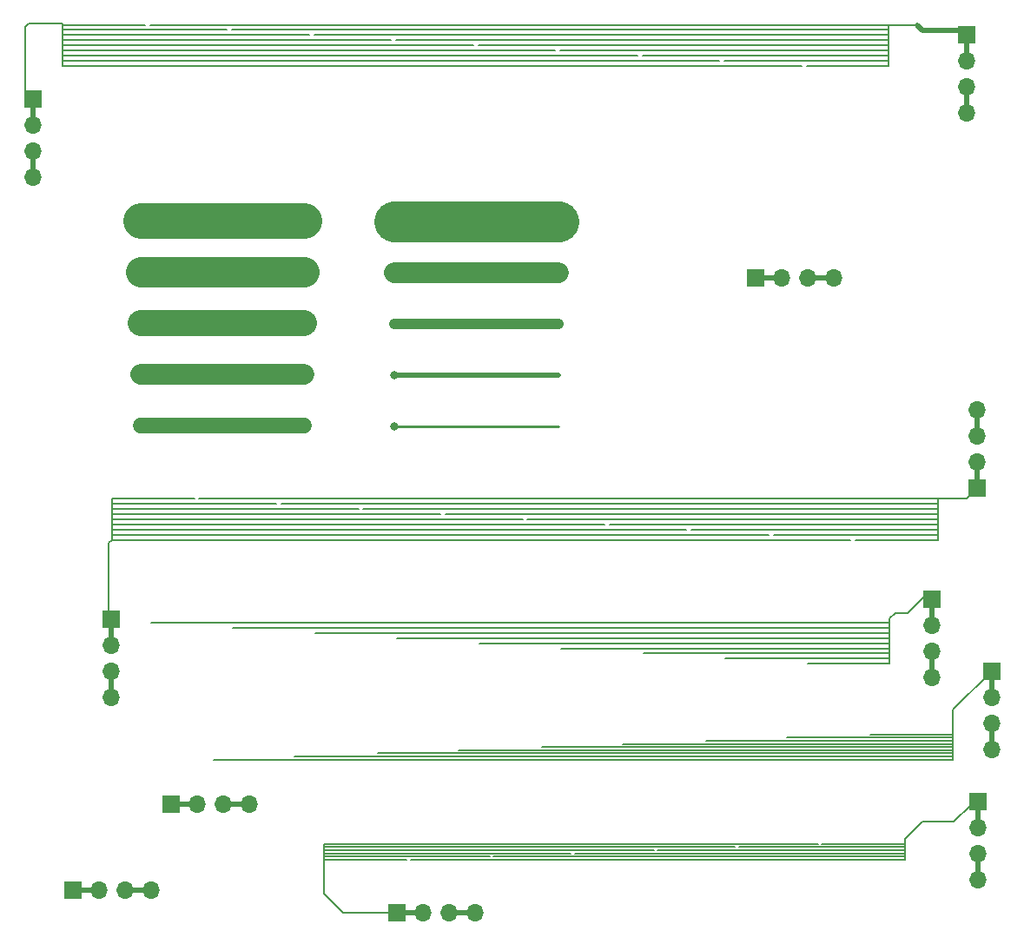
<source format=gbr>
G04 #@! TF.GenerationSoftware,KiCad,Pcbnew,(7.0.0-0)*
G04 #@! TF.CreationDate,2023-06-13T13:01:22-04:00*
G04 #@! TF.ProjectId,analog-capacitive-experiment,616e616c-6f67-42d6-9361-706163697469,rev?*
G04 #@! TF.SameCoordinates,Original*
G04 #@! TF.FileFunction,Copper,L1,Top*
G04 #@! TF.FilePolarity,Positive*
%FSLAX46Y46*%
G04 Gerber Fmt 4.6, Leading zero omitted, Abs format (unit mm)*
G04 Created by KiCad (PCBNEW (7.0.0-0)) date 2023-06-13 13:01:22*
%MOMM*%
%LPD*%
G01*
G04 APERTURE LIST*
G04 #@! TA.AperFunction,NonConductor*
%ADD10C,3.500000*%
G04 #@! TD*
G04 #@! TA.AperFunction,NonConductor*
%ADD11C,4.000000*%
G04 #@! TD*
G04 #@! TA.AperFunction,ComponentPad*
%ADD12R,1.700000X1.700000*%
G04 #@! TD*
G04 #@! TA.AperFunction,ComponentPad*
%ADD13O,1.700000X1.700000*%
G04 #@! TD*
G04 #@! TA.AperFunction,ViaPad*
%ADD14C,0.800000*%
G04 #@! TD*
G04 #@! TA.AperFunction,Conductor*
%ADD15C,0.152400*%
G04 #@! TD*
G04 #@! TA.AperFunction,Conductor*
%ADD16C,0.500000*%
G04 #@! TD*
G04 #@! TA.AperFunction,Conductor*
%ADD17C,0.200000*%
G04 #@! TD*
G04 #@! TA.AperFunction,Conductor*
%ADD18C,2.500000*%
G04 #@! TD*
G04 #@! TA.AperFunction,Conductor*
%ADD19C,2.000000*%
G04 #@! TD*
G04 #@! TA.AperFunction,Conductor*
%ADD20C,1.500000*%
G04 #@! TD*
G04 #@! TA.AperFunction,Conductor*
%ADD21C,1.000000*%
G04 #@! TD*
G04 #@! TA.AperFunction,Conductor*
%ADD22C,3.000000*%
G04 #@! TD*
G04 #@! TA.AperFunction,Conductor*
%ADD23C,0.250000*%
G04 #@! TD*
G04 APERTURE END LIST*
D10*
X116445565Y-68309167D02*
X132445564Y-68309167D01*
D11*
X141180400Y-68387199D02*
X157180399Y-68387199D01*
D12*
G04 #@! TO.P,REF\u002A\u002A,1*
G04 #@! TO.N,N/C*
X193579599Y-105209599D03*
D13*
G04 #@! TO.P,REF\u002A\u002A,2*
X193579599Y-107749599D03*
G04 #@! TO.P,REF\u002A\u002A,3*
X193579599Y-110289599D03*
G04 #@! TO.P,REF\u002A\u002A,4*
X193579599Y-112829599D03*
G04 #@! TD*
D12*
G04 #@! TO.P,REF\u002A\u002A,1*
G04 #@! TO.N,N/C*
X113620398Y-107139999D03*
D13*
G04 #@! TO.P,REF\u002A\u002A,2*
X113620398Y-109679999D03*
G04 #@! TO.P,REF\u002A\u002A,3*
X113620398Y-112219999D03*
G04 #@! TO.P,REF\u002A\u002A,4*
X113620398Y-114759999D03*
G04 #@! TD*
D12*
G04 #@! TO.P,REF\u002A\u002A,1*
G04 #@! TO.N,N/C*
X176430399Y-73892199D03*
D13*
G04 #@! TO.P,REF\u002A\u002A,2*
X178970399Y-73892199D03*
G04 #@! TO.P,REF\u002A\u002A,3*
X181510399Y-73892199D03*
G04 #@! TO.P,REF\u002A\u002A,4*
X184050399Y-73892199D03*
G04 #@! TD*
D12*
G04 #@! TO.P,REF\u002A\u002A,1*
G04 #@! TO.N,N/C*
X141427199Y-135788399D03*
D13*
G04 #@! TO.P,REF\u002A\u002A,2*
X143967199Y-135788399D03*
G04 #@! TO.P,REF\u002A\u002A,3*
X146507199Y-135788399D03*
G04 #@! TO.P,REF\u002A\u002A,4*
X149047199Y-135788399D03*
G04 #@! TD*
D12*
G04 #@! TO.P,REF\u002A\u002A,1*
G04 #@! TO.N,N/C*
X119462398Y-125224799D03*
D13*
G04 #@! TO.P,REF\u002A\u002A,2*
X122002398Y-125224799D03*
G04 #@! TO.P,REF\u002A\u002A,3*
X124542398Y-125224799D03*
G04 #@! TO.P,REF\u002A\u002A,4*
X127082398Y-125224799D03*
G04 #@! TD*
D12*
G04 #@! TO.P,J1,1,Pin_1*
G04 #@! TO.N,Net-(J1-Pin_1)*
X105999999Y-56459999D03*
D13*
G04 #@! TO.P,J1,2,Pin_2*
X105999999Y-58999999D03*
G04 #@! TO.P,J1,3,Pin_3*
G04 #@! TO.N,GND*
X105999999Y-61539999D03*
G04 #@! TO.P,J1,4,Pin_4*
X105999999Y-64079999D03*
G04 #@! TD*
D12*
G04 #@! TO.P,REF\u002A\u002A,1*
G04 #@! TO.N,N/C*
X198100799Y-124970799D03*
D13*
G04 #@! TO.P,REF\u002A\u002A,2*
X198100799Y-127510799D03*
G04 #@! TO.P,REF\u002A\u002A,3*
X198100799Y-130050799D03*
G04 #@! TO.P,REF\u002A\u002A,4*
X198100799Y-132590799D03*
G04 #@! TD*
D12*
G04 #@! TO.P,J2,1,Pin_1*
G04 #@! TO.N,Net-(J2-Pin_1)*
X197024999Y-50199999D03*
D13*
G04 #@! TO.P,J2,2,Pin_2*
X197024999Y-52739999D03*
G04 #@! TO.P,J2,3,Pin_3*
G04 #@! TO.N,GND*
X197024999Y-55279999D03*
G04 #@! TO.P,J2,4,Pin_4*
X197024999Y-57819999D03*
G04 #@! TD*
D12*
G04 #@! TO.P,REF\u002A\u002A,1*
G04 #@! TO.N,N/C*
X109911999Y-133606799D03*
D13*
G04 #@! TO.P,REF\u002A\u002A,2*
X112451999Y-133606799D03*
G04 #@! TO.P,REF\u002A\u002A,3*
X114991999Y-133606799D03*
G04 #@! TO.P,REF\u002A\u002A,4*
X117531999Y-133606799D03*
G04 #@! TD*
D12*
G04 #@! TO.P,REF\u002A\u002A,1*
G04 #@! TO.N,N/C*
X198049999Y-94389199D03*
D13*
G04 #@! TO.P,REF\u002A\u002A,2*
X198049999Y-91849199D03*
G04 #@! TO.P,REF\u002A\u002A,3*
X198049999Y-89309199D03*
G04 #@! TO.P,REF\u002A\u002A,4*
X198049999Y-86769199D03*
G04 #@! TD*
D12*
G04 #@! TO.P,REF\u002A\u002A,1*
G04 #@! TO.N,N/C*
X199421599Y-112219999D03*
D13*
G04 #@! TO.P,REF\u002A\u002A,2*
X199421599Y-114759999D03*
G04 #@! TO.P,REF\u002A\u002A,3*
X199421599Y-117299999D03*
G04 #@! TO.P,REF\u002A\u002A,4*
X199421599Y-119839999D03*
G04 #@! TD*
D14*
G04 #@! TO.N,*
X116445565Y-73309167D03*
X116445566Y-83309168D03*
X116445565Y-68309167D03*
X116445566Y-88309168D03*
X116445565Y-78309167D03*
X141180399Y-78387200D03*
X141180400Y-73387199D03*
X141180399Y-83387200D03*
X141180399Y-88387199D03*
X141180400Y-68387199D03*
G04 #@! TD*
D15*
G04 #@! TO.N,*
X134340600Y-130302001D02*
X150495000Y-130302000D01*
X195662400Y-118417600D02*
X187585200Y-118417600D01*
D16*
X198050000Y-89309200D02*
X198050000Y-86769200D01*
X181510400Y-73892200D02*
X184050400Y-73892200D01*
D17*
X154198400Y-97421200D02*
X194198400Y-97421199D01*
D15*
X195662400Y-120856000D02*
X123577200Y-120856000D01*
D17*
X189502400Y-108683800D02*
X189502400Y-107102400D01*
X190966400Y-128625600D02*
X190966400Y-129073600D01*
X194198400Y-95421200D02*
X194198400Y-99421200D01*
D16*
X113620400Y-112220000D02*
X113620399Y-114760000D01*
D17*
X161698401Y-97921199D02*
X113698400Y-97921200D01*
D16*
X198050000Y-91849199D02*
X198050000Y-94389200D01*
X124542399Y-125224799D02*
X127082399Y-125224800D01*
X199421601Y-117300000D02*
X199421600Y-119840000D01*
D17*
X137698399Y-96421200D02*
X113698401Y-96421200D01*
D16*
X143967201Y-135788400D02*
X141427200Y-135788400D01*
D17*
X177698401Y-98921200D02*
X113698401Y-98921200D01*
X191236200Y-106581200D02*
X192905400Y-104912000D01*
X162198400Y-97921200D02*
X194198400Y-97921200D01*
X122198400Y-95421200D02*
X194198400Y-95421200D01*
D15*
X195662400Y-119636800D02*
X155581200Y-119636800D01*
D17*
X113366400Y-99753200D02*
X113366400Y-106886001D01*
D16*
X114992000Y-133606800D02*
X117532000Y-133606800D01*
D17*
X190023600Y-106581200D02*
X191236200Y-106581200D01*
D15*
X195662400Y-118722400D02*
X179508000Y-118722400D01*
D17*
X146198400Y-96921201D02*
X194198400Y-96921200D01*
D16*
X146507200Y-135788399D02*
X149047200Y-135788400D01*
D15*
X190957200Y-130606800D02*
X142798800Y-130606800D01*
D17*
X149502400Y-109508800D02*
X189502400Y-109508799D01*
D15*
X195662400Y-119941600D02*
X147504000Y-119941600D01*
D16*
X113620399Y-109680001D02*
X113620399Y-107140000D01*
D17*
X117502400Y-107508800D02*
X189502400Y-107508800D01*
X129698401Y-95921200D02*
X113698401Y-95921199D01*
D15*
X195662400Y-118417600D02*
X195662400Y-120856000D01*
D17*
X186198400Y-99421200D02*
X194198400Y-99421200D01*
D18*
X116445565Y-78309167D02*
X132445564Y-78309167D01*
D15*
X134340600Y-133883400D02*
X136245600Y-135788400D01*
D17*
X113698400Y-99421200D02*
X113366400Y-99753200D01*
D16*
X178970400Y-73892200D02*
X176430400Y-73892200D01*
D15*
X195662400Y-119027200D02*
X171583200Y-119027200D01*
X195662400Y-120551200D02*
X131502000Y-120551200D01*
D16*
X141180399Y-83387200D02*
X157180400Y-83387200D01*
D17*
X181502400Y-111508800D02*
X189502400Y-111508800D01*
D15*
X190957200Y-129082800D02*
X182880000Y-129082800D01*
D17*
X121698400Y-95421200D02*
X113698400Y-95421200D01*
X130198400Y-95921200D02*
X194198400Y-95921200D01*
X190966400Y-129073600D02*
X190957200Y-129082800D01*
D15*
X136245600Y-135788400D02*
X140970000Y-135788400D01*
D17*
X113366400Y-106886001D02*
X113620399Y-107140000D01*
D15*
X134340600Y-129082800D02*
X182499000Y-129082800D01*
D16*
X122002400Y-125224800D02*
X119462399Y-125224800D01*
D17*
X195642400Y-115999200D02*
X199421600Y-112220000D01*
X190966400Y-128625600D02*
X192657800Y-126934200D01*
D16*
X193579601Y-110289600D02*
X193579600Y-112829600D01*
D17*
X138198400Y-96421200D02*
X194198400Y-96421200D01*
D15*
X134340600Y-129692400D02*
X166497000Y-129692400D01*
D16*
X193579600Y-107749601D02*
X193579600Y-105209600D01*
D15*
X134340600Y-130606800D02*
X134340600Y-133883400D01*
D16*
X198100800Y-130050799D02*
X198100800Y-132590800D01*
D17*
X165502400Y-110508800D02*
X189502400Y-110508800D01*
D16*
X199421600Y-114760001D02*
X199421600Y-112220000D01*
D19*
X116445566Y-83309168D02*
X132445565Y-83309166D01*
D17*
X153698400Y-97421200D02*
X113698400Y-97421201D01*
X192657800Y-126934200D02*
X195741600Y-126934200D01*
X195741600Y-126934200D02*
X197417400Y-125258400D01*
D15*
X190957200Y-130606800D02*
X190957200Y-129082800D01*
D17*
X145698400Y-96921200D02*
X113698400Y-96921200D01*
D20*
X116445566Y-88309168D02*
X132445565Y-88309166D01*
D17*
X178198400Y-98921200D02*
X194198400Y-98921201D01*
X196979600Y-95421200D02*
X197617400Y-94783400D01*
D19*
X141180400Y-73387199D02*
X157180399Y-73387199D01*
D17*
X125502400Y-108008800D02*
X189502400Y-108008800D01*
X169698400Y-98421200D02*
X113698400Y-98421200D01*
D15*
X195662400Y-119332000D02*
X163506000Y-119332000D01*
X134340600Y-130606800D02*
X142417800Y-130606800D01*
D21*
X141180399Y-78387200D02*
X157180400Y-78387200D01*
D17*
X133502400Y-108508800D02*
X189502400Y-108508800D01*
X195642400Y-118383400D02*
X195642400Y-115999200D01*
D16*
X198100800Y-127510801D02*
X198100800Y-124970800D01*
D17*
X141502400Y-109008801D02*
X189502400Y-109008800D01*
D15*
X195662400Y-120246400D02*
X139579200Y-120246400D01*
X190957200Y-129692400D02*
X166878000Y-129692400D01*
X134340600Y-130606800D02*
X134340600Y-129082800D01*
X134340600Y-129997199D02*
X158419800Y-129997200D01*
X134340600Y-129387600D02*
X174421800Y-129387600D01*
D17*
X189502400Y-107102400D02*
X190023600Y-106581200D01*
D16*
X112452001Y-133606800D02*
X109912000Y-133606800D01*
D17*
X113698401Y-99391200D02*
X113698401Y-95391200D01*
D22*
X116445565Y-73309167D02*
X132445564Y-73309167D01*
D17*
X194198400Y-95421200D02*
X196979600Y-95421200D01*
X189502400Y-107508800D02*
X189502400Y-111508800D01*
D15*
X190957200Y-129387600D02*
X174802800Y-129387600D01*
D23*
X141180399Y-88387199D02*
X157180400Y-88387199D01*
D17*
X173502400Y-111008800D02*
X189502400Y-111008801D01*
D15*
X190957200Y-130302000D02*
X150876000Y-130302000D01*
D17*
X170198400Y-98421200D02*
X194198400Y-98421200D01*
X185698400Y-99421200D02*
X113698400Y-99421200D01*
X157502400Y-110008800D02*
X189502400Y-110008800D01*
D15*
X190957200Y-129997200D02*
X158800800Y-129997200D01*
D16*
G04 #@! TO.N,Net-(J1-Pin_1)*
X106000000Y-59000000D02*
X106000000Y-56460000D01*
D17*
X108827401Y-49126400D02*
X108885401Y-49184400D01*
X124885401Y-49714400D02*
X108885401Y-49714399D01*
X164885400Y-52214400D02*
X108885400Y-52214400D01*
X180885400Y-53214400D02*
X108885400Y-53214400D01*
X156885401Y-51714399D02*
X108885400Y-51714400D01*
X105589601Y-49126400D02*
X108827401Y-49126400D01*
X105257601Y-49458400D02*
X105257601Y-56591201D01*
X105589601Y-49126400D02*
X105257601Y-49458400D01*
X108885401Y-53184400D02*
X108885401Y-49184400D01*
X132885399Y-50214400D02*
X108885401Y-50214400D01*
X116885400Y-49214400D02*
X108885400Y-49214400D01*
X148885400Y-51214400D02*
X108885400Y-51214401D01*
X172885401Y-52714400D02*
X108885401Y-52714400D01*
X140885400Y-50714400D02*
X108885400Y-50714400D01*
D16*
G04 #@! TO.N,GND*
X197025000Y-55280000D02*
X197025000Y-57820000D01*
X106000000Y-61540000D02*
X106000000Y-64080000D01*
D17*
G04 #@! TO.N,Net-(J2-Pin_1)*
X189385400Y-49214400D02*
X192166600Y-49214400D01*
X165385400Y-52214400D02*
X189385400Y-52214400D01*
X133385400Y-50214400D02*
X189385400Y-50214400D01*
X149385400Y-51214400D02*
X189385400Y-51214399D01*
D16*
X192685400Y-49733200D02*
X192166600Y-49214400D01*
D17*
X117385400Y-49214400D02*
X189385400Y-49214400D01*
D16*
X196748400Y-49733200D02*
X192685400Y-49733200D01*
D17*
X189385400Y-49214400D02*
X189385400Y-53214400D01*
X157385400Y-51714400D02*
X189385400Y-51714400D01*
X173385400Y-52714400D02*
X189385400Y-52714401D01*
X125385400Y-49714400D02*
X189385400Y-49714400D01*
X141385400Y-50714401D02*
X189385400Y-50714400D01*
D16*
X197025000Y-52740000D02*
X197025000Y-50200000D01*
D17*
X181385400Y-53214400D02*
X189385400Y-53214400D01*
G04 #@! TD*
M02*

</source>
